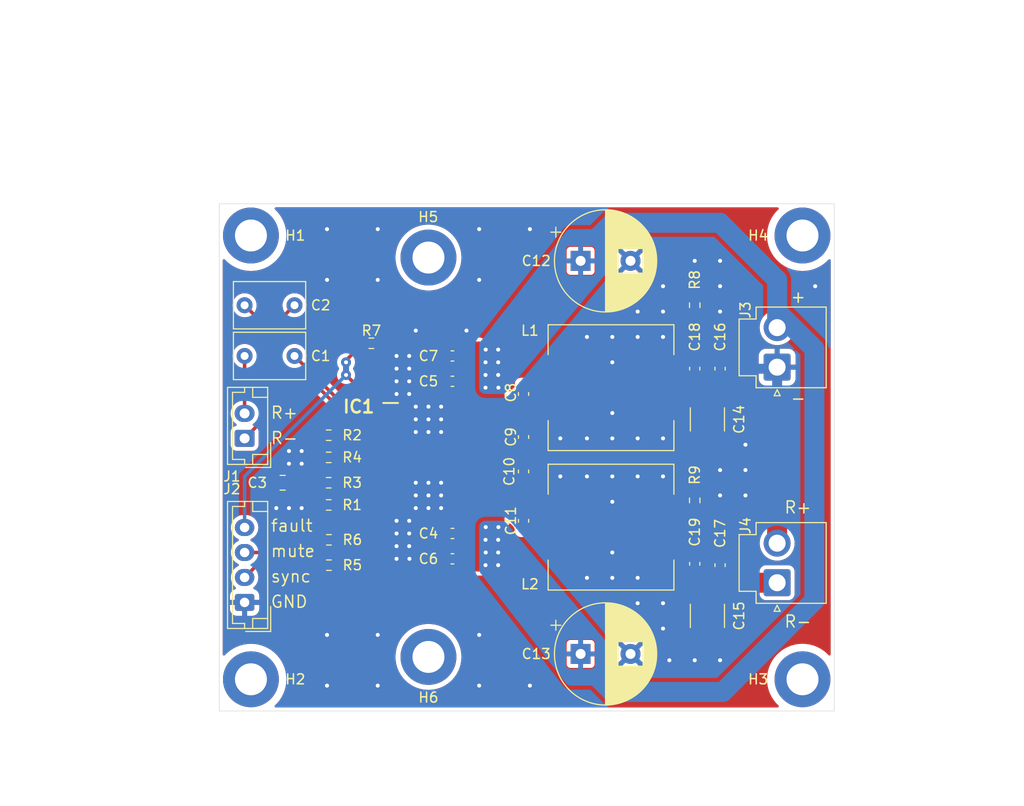
<source format=kicad_pcb>
(kicad_pcb (version 20221018) (generator pcbnew)
  (layers (0 "F.Cu" signal) (31 "B.Cu" signal) (34 "B.Paste" user) (35 "F.Paste" user) (36 "B.SilkS" user "B.Silkscreen") (37 "F.SilkS" user "F.Silkscreen") (38 "B.Mask" user) (39 "F.Mask" user) (44 "Edge.Cuts" user))
  (net 0 "")
  (net 1 "/R+")
  (net 2 "Net-(IC1-RINP)")
  (net 3 "/R-")
  (net 4 "Net-(IC1-RINN)")
  (net 5 "GND")
  (net 6 "Net-(IC1-GVDD)")
  (net 7 "VCC")
  (net 8 "Net-(C18-Pad2)")
  (net 9 "Net-(IC1-BSPR)")
  (net 10 "Net-(IC1-OUTNR)")
  (net 11 "Net-(IC1-BSNR)")
  (net 12 "Net-(C19-Pad2)")
  (net 13 "Net-(IC1-BSPL)")
  (net 14 "Net-(IC1-OUTNL)")
  (net 15 "Net-(IC1-BSNL)")
  (net 16 "/SD_LR")
  (net 17 "Net-(IC1-GAIN{slash}SLV)")
  (net 18 "/mute")
  (net 19 "Net-(IC1-SYNC)")
  (net 20 "/sync")
  (net 21 "Net-(IC1-PLIMIT)")
  (net 22 "Net-(J4-Pin_1)")
  (net 23 "Net-(J4-Pin_2)")
  (footprint "Resistor_SMD:R_0603_1608Metric" (layer "F.Cu") (at 151.13 124.32 -90)
    (fp_text reference "R9" (at -2.54 0 90) (layer "F.SilkS"))
    (fp_text value "3.3")
    (pad "1" smd roundrect (at -0.825 0 270) (size 0.8 0.95) (layers "F.Cu" "F.Paste" "F.Mask") (net 5 "GND"))
    (pad "2" smd roundrect (at 0.825 0 270) (size 0.8 0.95) (layers "F.Cu" "F.Paste" "F.Mask") (net 12 "Net-(C19-Pad2)"))
  )
  (footprint "Resistor_SMD:R_0603_1608Metric" (layer "F.Cu") (at 114.468 120.015)
    (fp_text reference "R4" (at 2.35 0) (layer "F.SilkS"))
    (fp_text value "0")
    (pad "1" smd roundrect (at -0.825 0) (size 0.8 0.95) (layers "F.Cu" "F.Paste" "F.Mask") (net 6 "Net-(IC1-GVDD)"))
    (pad "2" smd roundrect (at 0.825 0) (size 0.8 0.95) (layers "F.Cu" "F.Paste" "F.Mask") (net 21 "Net-(IC1-PLIMIT)"))
  )
  (footprint "Connector_JST:JST_EH_B2B-EH-A_1x02_P2.50mm_Vertical" (layer "F.Cu") (at 106.045 118.11 90)
    (fp_text reference "J1" (at -3.81 -1.27 180) (layer "F.SilkS"))
    (fp_text value "power_supply")
    (pad "1" thru_hole roundrect (at 0 0 90) (size 1.7 2) (drill 1) (layers "*.Cu" "*.Mask") (roundrect_rratio 0.1470588235) (net 3 "/R-"))
    (pad "2" thru_hole oval (at 2.5 0 90) (size 1.7 2) (drill 1) (layers "*.Cu" "*.Mask") (net 1 "/R+"))
  )
  (footprint "MountingHole:MountingHole_3.2mm_M3_DIN965_Pad" (layer "F.Cu") (at 161.925 142.24)
    (fp_text reference "H3" (at -4.445 0) (layer "F.SilkS"))
    (fp_text value "MountingHole")
    (pad "1" thru_hole circle (at 0 0) (size 5.6 5.6) (drill 3.2) (layers "*.Cu" "*.Mask") (clearance 0.75))
  )
  (footprint "Capacitor_THT:C_Rect_L7.0mm_W4.5mm_P5.00mm" (layer "F.Cu") (at 106.045 104.775)
    (fp_text reference "C2" (at 7.62 0 180) (layer "F.SilkS"))
    (fp_text value "470n")
    (pad "1" thru_hole circle (at 0 0) (size 1.6 1.6) (drill 0.8) (layers "*.Cu" "*.Mask") (net 3 "/R-"))
    (pad "2" thru_hole circle (at 5 0) (size 1.6 1.6) (drill 0.8) (layers "*.Cu" "*.Mask") (net 4 "Net-(IC1-RINN)"))
  )
  (footprint "Resistor_SMD:R_0603_1608Metric" (layer "F.Cu") (at 114.49 128.27 180)
    (fp_text reference "R6" (at -2.35 0 180) (layer "F.SilkS"))
    (fp_text value "100k")
    (pad "1" smd roundrect (at -0.825 0 180) (size 0.8 0.95) (layers "F.Cu" "F.Paste" "F.Mask") (net 18 "/mute"))
    (pad "2" smd roundrect (at 0.825 0 180) (size 0.8 0.95) (layers "F.Cu" "F.Paste" "F.Mask") (net 5 "GND"))
  )
  (footprint "Capacitor_SMD:C_1812_4532Metric" (layer "F.Cu") (at 152.4 135.89 -90)
    (fp_text reference "C15" (at 0 -3.175 90) (layer "F.SilkS"))
    (fp_text value "470n")
    (pad "1" smd roundrect (at -2.05 0 270) (size 1.4 3.4) (layers "F.Cu" "F.Paste" "F.Mask") (roundrect_rratio 0.1785707143) (net 22 "Net-(J4-Pin_1)"))
    (pad "2" smd roundrect (at 2.05 0 270) (size 1.4 3.4) (layers "F.Cu" "F.Paste" "F.Mask") (roundrect_rratio 0.1785707143) (net 5 "GND"))
  )
  (footprint "MountingHole:MountingHole_3.2mm_M3_DIN965_Pad" (layer "F.Cu") (at 124.46 140)
    (fp_text reference "H6" (at 0 4.064) (layer "F.SilkS"))
    (fp_text value "MountingHole")
    (pad "1" thru_hole circle (at 0 0) (size 5.6 5.6) (drill 3.2) (layers "*.Cu" "*.Mask") (clearance 0.5))
  )
  (footprint "Resistor_SMD:R_0603_1608Metric" (layer "F.Cu") (at 118.745 108.585 180)
    (fp_text reference "R7" (at 0 1.27) (layer "F.SilkS"))
    (fp_text value "100k")
    (pad "1" smd roundrect (at -0.825 0 180) (size 0.8 0.95) (layers "F.Cu" "F.Paste" "F.Mask") (net 7 "VCC"))
    (pad "2" smd roundrect (at 0.825 0 180) (size 0.8 0.95) (layers "F.Cu" "F.Paste" "F.Mask") (net 16 "/SD_LR"))
  )
  (footprint "Capacitor_THT:CP_Radial_D10.0mm_P5.00mm" (layer "F.Cu") (at 139.7 100.33)
    (fp_text reference "C12" (at -4.445 0) (layer "F.SilkS"))
    (fp_text value "35v 470u")
    (pad "1" thru_hole rect (at 0 0) (size 2 2) (drill 1) (layers "*.Cu" "*.Mask") (net 7 "VCC"))
    (pad "2" thru_hole circle (at 5 0) (size 2 2) (drill 1) (layers "*.Cu" "*.Mask") (net 5 "GND"))
  )
  (footprint "Resistor_SMD:R_0603_1608Metric" (layer "F.Cu") (at 114.49 130.81 180)
    (fp_text reference "R5" (at -2.35 0 180) (layer "F.SilkS"))
    (fp_text value "10k")
    (pad "1" smd roundrect (at -0.825 0 180) (size 0.8 0.95) (layers "F.Cu" "F.Paste" "F.Mask") (net 19 "Net-(IC1-SYNC)"))
    (pad "2" smd roundrect (at 0.825 0 180) (size 0.8 0.95) (layers "F.Cu" "F.Paste" "F.Mask") (net 20 "/sync"))
  )
  (footprint "Capacitor_THT:CP_Radial_D10.0mm_P5.00mm" (layer "F.Cu") (at 139.7 139.7)
    (fp_text reference "C13" (at -4.445 0) (layer "F.SilkS"))
    (fp_text value "35v 470u")
    (pad "1" thru_hole rect (at 0 0) (size 2 2) (drill 1) (layers "*.Cu" "*.Mask") (net 7 "VCC"))
    (pad "2" thru_hole circle (at 5 0) (size 2 2) (drill 1) (layers "*.Cu" "*.Mask") (net 5 "GND"))
  )
  (footprint "Capacitor_THT:C_Rect_L7.0mm_W4.5mm_P5.00mm" (layer "F.Cu") (at 106.045 109.855)
    (fp_text reference "C1" (at 7.62 0) (layer "F.SilkS"))
    (fp_text value "470n")
    (pad "1" thru_hole circle (at 0 0) (size 1.6 1.6) (drill 0.8) (layers "*.Cu" "*.Mask") (net 1 "/R+"))
    (pad "2" thru_hole circle (at 5 0) (size 1.6 1.6) (drill 0.8) (layers "*.Cu" "*.Mask") (net 2 "Net-(IC1-RINP)"))
  )
  (footprint "Inductor_SMD:L_12x12mm_H8mm" (layer "F.Cu") (at 142.745 127)
    (fp_text reference "L2" (at -8.125 5.715) (layer "F.SilkS"))
    (fp_text value "10u")
    (pad "1" smd rect (at -4.95 0) (size 2.9 5.4) (layers "F.Cu" "F.Paste" "F.Mask") (net 14 "Net-(IC1-OUTNL)"))
    (pad "2" smd rect (at 4.95 0) (size 2.9 5.4) (layers "F.Cu" "F.Paste" "F.Mask") (net 22 "Net-(J4-Pin_1)"))
  )
  (footprint "Capacitor_SMD:C_0603_1608Metric" (layer "F.Cu") (at 126.86 130.175 180)
    (fp_text reference "C6" (at 2.4 0) (layer "F.SilkS"))
    (fp_text value "220n")
    (pad "1" smd roundrect (at -0.775 0 180) (size 0.9 0.95) (layers "F.Cu" "F.Paste" "F.Mask") (net 7 "VCC"))
    (pad "2" smd roundrect (at 0.775 0 180) (size 0.9 0.95) (layers "F.Cu" "F.Paste" "F.Mask") (net 5 "GND"))
  )
  (footprint "Capacitor_SMD:C_1812_4532Metric" (layer "F.Cu") (at 152.4 116.205 90)
    (fp_text reference "C14" (at 0 3.175 270) (layer "F.SilkS"))
    (fp_text value "470n")
    (pad "1" smd roundrect (at -2.05 0 90) (size 1.4 3.4) (layers "F.Cu" "F.Paste" "F.Mask") (roundrect_rratio 0.1785707143) (net 5 "GND"))
    (pad "2" smd roundrect (at 2.05 0 90) (size 1.4 3.4) (layers "F.Cu" "F.Paste" "F.Mask") (roundrect_rratio 0.1785707143) (net 23 "Net-(J4-Pin_2)"))
  )
  (footprint "MountingHole:MountingHole_3.2mm_M3_DIN965_Pad" (layer "F.Cu") (at 106.68 142.24)
    (fp_text reference "H2" (at 4.445 0) (layer "F.SilkS"))
    (fp_text value "MountingHole")
    (pad "1" thru_hole circle (at 0 0) (size 5.6 5.6) (drill 3.2) (layers "*.Cu" "*.Mask") (clearance 0.75))
  )
  (footprint "Connector_JST:JST_VH_B2P-VH-B_1x02_P3.96mm_Vertical" (layer "F.Cu") (at 159.385 132.5675 90)
    (fp_text reference "J4" (at 5.715 -3.175 90) (layer "F.SilkS"))
    (fp_text value "output_right")
    (pad "1" thru_hole roundrect (at 0 0 90) (size 2.7 2.7) (drill 1.7) (layers "*.Cu" "*.Mask") (roundrect_rratio 0.09259296296) (net 22 "Net-(J4-Pin_1)"))
    (pad "2" thru_hole circle (at 3.96 0 90) (size 2.7 2.7) (drill 1.7) (layers "*.Cu" "*.Mask") (net 23 "Net-(J4-Pin_2)"))
  )
  (footprint "Capacitor_SMD:C_0603_1608Metric" (layer "F.Cu") (at 133.985 126.365 -90)
    (fp_text reference "C11" (at 0 1.27 90) (layer "F.SilkS"))
    (fp_text value "220n")
    (pad "1" smd roundrect (at -0.775 0 270) (size 0.9 0.95) (layers "F.Cu" "F.Paste" "F.Mask") (net 14 "Net-(IC1-OUTNL)"))
    (pad "2" smd roundrect (at 0.775 0 270) (size 0.9 0.95) (layers "F.Cu" "F.Paste" "F.Mask") (net 15 "Net-(IC1-BSNL)"))
  )
  (footprint "Capacitor_SMD:C_0603_1608Metric" (layer "F.Cu") (at 153.67 111.125 -90)
    (fp_text reference "C16" (at -3.175 0 90) (layer "F.SilkS"))
    (fp_text value "1n")
    (pad "1" smd roundrect (at -0.775 0 270) (size 0.9 0.95) (layers "F.Cu" "F.Paste" "F.Mask") (net 5 "GND"))
    (pad "2" smd roundrect (at 0.775 0 270) (size 0.9 0.95) (layers "F.Cu" "F.Paste" "F.Mask") (net 23 "Net-(J4-Pin_2)"))
  )
  (footprint "Capacitor_SMD:C_0603_1608Metric" (layer "F.Cu") (at 151.13 130.67 90)
    (fp_text reference "C19" (at 3.175 0 90) (layer "F.SilkS"))
    (fp_text value "10n")
    (pad "1" smd roundrect (at -0.775 0 90) (size 0.9 0.95) (layers "F.Cu" "F.Paste" "F.Mask") (net 22 "Net-(J4-Pin_1)"))
    (pad "2" smd roundrect (at 0.775 0 90) (size 0.9 0.95) (layers "F.Cu" "F.Paste" "F.Mask") (net 12 "Net-(C19-Pad2)"))
  )
  (footprint "Connector_JST:JST_VH_B2P-VH-B_1x02_P3.96mm_Vertical" (layer "F.Cu") (at 159.385 110.9775 90)
    (fp_text reference "J3" (at 5.715 -3.175 90) (layer "F.SilkS"))
    (fp_text value "power_supply")
    (pad "1" thru_hole roundrect (at 0 0 90) (size 2.7 2.7) (drill 1.7) (layers "*.Cu" "*.Mask") (roundrect_rratio 0.09259296296) (net 5 "GND"))
    (pad "2" thru_hole circle (at 3.96 0 90) (size 2.7 2.7) (drill 1.7) (layers "*.Cu" "*.Mask") (net 7 "VCC"))
  )
  (footprint "Capacitor_SMD:C_0603_1608Metric" (layer "F.Cu") (at 133.985 113.665 90)
    (fp_text reference "C8" (at 0.14 -1.27 90) (layer "F.SilkS"))
    (fp_text value "220n")
    (pad "1" smd roundrect (at -0.775 0 90) (size 0.9 0.95) (layers "F.Cu" "F.Paste" "F.Mask") (net 10 "Net-(IC1-OUTNR)"))
    (pad "2" smd roundrect (at 0.775 0 90) (size 0.9 0.95) (layers "F.Cu" "F.Paste" "F.Mask") (net 9 "Net-(IC1-BSPR)"))
  )
  (footprint "Resistor_SMD:R_0603_1608Metric" (layer "F.Cu") (at 151.13 104.775 -90)
    (fp_text reference "R8" (at -2.54 0 90) (layer "F.SilkS"))
    (fp_text value "3.3")
    (pad "1" smd roundrect (at -0.825 0 270) (size 0.8 0.95) (layers "F.Cu" "F.Paste" "F.Mask") (net 5 "GND"))
    (pad "2" smd roundrect (at 0.825 0 270) (size 0.8 0.95) (layers "F.Cu" "F.Paste" "F.Mask") (net 8 "Net-(C18-Pad2)"))
  )
  (footprint "Connector_JST:JST_EH_B4B-EH-A_1x04_P2.50mm_Vertical" (layer "F.Cu") (at 106.045 134.54 90)
    (fp_text reference "J2" (at 11.35 -1.27 180) (layer "F.SilkS"))
    (fp_text value "Conn_01x04")
    (pad "1" thru_hole roundrect (at 0 0 90) (size 1.7 1.95) (drill 0.95) (layers "*.Cu" "*.Mask") (roundrect_rratio 0.1470588235) (net 5 "GND"))
    (pad "2" thru_hole oval (at 2.5 0 90) (size 1.7 1.95) (drill 0.95) (layers "*.Cu" "*.Mask") (net 20 "/sync"))
    (pad "3" thru_hole oval (at 5 0 90) (size 1.7 1.95) (drill 0.95) (layers "*.Cu" "*.Mask") (net 18 "/mute"))
    (pad "4" thru_hole oval (at 7.5 0 90) (size 1.7 1.95) (drill 0.95) (layers "*.Cu" "*.Mask") (net 16 "/SD_LR"))
  )
  (footprint "local:SOP65P810X120-33N" (layer "F.Cu") (at 124.46 120.015)
    (fp_text reference "IC1" (at -6.985 -5.08 180) (layer "F.SilkS") (effects (font (size 1.27 1.27) (thickness 0.254))))
    (fp_text value "TPA3116D2QDADRQ1" hide)
    (pad "1" smd rect (at -3.788 -4.875 90) (size 0.45 1.475) (layers "F.Cu" "F.Paste" "F.Mask") (net 16 "/SD_LR"))
    (pad "2" smd rect (at -3.788 -4.225 90) (size 0.45 1.475) (layers "F.Cu" "F.Paste" "F.Mask") (net 16 "/SD_LR"))
    (pad "3" smd rect (at -3.788 -3.575 90) (size 0.45 1.475) (layers "F.Cu" "F.Paste" "F.Mask") (net 5 "GND"))
    (pad "4" smd rect (at -3.788 -2.925 90) (size 0.45 1.475) (layers "F.Cu" "F.Paste" "F.Mask") (net 2 "Net-(IC1-RINP)"))
    (pad "5" smd rect (at -3.788 -2.275 90) (size 0.45 1.475) (layers "F.Cu" "F.Paste" "F.Mask") (net 4 "Net-(IC1-RINN)"))
    (pad "6" smd rect (at -3.788 -1.625 90) (size 0.45 1.475) (layers "F.Cu" "F.Paste" "F.Mask") (net 21 "Net-(IC1-PLIMIT)"))
    (pad "7" smd rect (at -3.788 -0.975 90) (size 0.45 1.475) (layers "F.Cu" "F.Paste" "F.Mask") (net 6 "Net-(IC1-GVDD)"))
    (pad "8" smd rect (at -3.788 -0.325 90) (size 0.45 1.475) (layers "F.Cu" "F.Paste" "F.Mask") (net 17 "Net-(IC1-GAIN{slash}SLV)"))
    (pad "9" smd rect (at -3.788 0.325 90) (size 0.45 1.475) (layers "F.Cu" "F.Paste" "F.Mask") (net 5 "GND"))
    (pad "10" smd rect (at -3.788 0.975 90) (size 0.45 1.475) (layers "F.Cu" "F.Paste" "F.Mask") (net 5 "GND"))
    (pad "11" smd rect (at -3.788 1.625 90) (size 0.45 1.475) (layers "F.Cu" "F.Paste" "F.Mask") (net 5 "GND"))
    (pad "12" smd rect (at -3.788 2.275 90) (size 0.45 1.475) (layers "F.Cu" "F.Paste" "F.Mask") (net 18 "/mute"))
    (pad "13" smd rect (at -3.788 2.925 90) (size 0.45 1.475) (layers "F.Cu" "F.Paste" "F.Mask") (net 5 "GND"))
    (pad "14" smd rect (at -3.788 3.575 90) (size 0.45 1.475) (layers "F.Cu" "F.Paste" "F.Mask") (net 5 "GND"))
    (pad "15" smd rect (at -3.788 4.225 90) (size 0.45 1.475) (layers "F.Cu" "F.Paste" "F.Mask") (net 5 "GND"))
    (pad "16" smd rect (at -3.788 4.875 90) (size 0.45 1.475) (layers "F.Cu" "F.Paste" "F.Mask") (net 19 "Net-(IC1-SYNC)"))
    (pad "17" smd rect (at 3.788 4.875 90) (size 0.45 1.475) (layers "F.Cu" "F.Paste" "F.Mask") (net 7 "VCC"))
    (pad "18" smd rect (at 3.788 4.225 90) (size 0.45 1.475) (layers "F.Cu" "F.Paste" "F.Mask") (net 7 "VCC"))
    (pad "19" smd rect (at 3.788 3.575 90) (size 0.45 1.475) (layers "F.Cu" "F.Paste" "F.Mask") (net 7 "VCC"))
    (pad "20" smd rect (at 3.788 2.925 90) (size 0.45 1.475) (layers "F.Cu" "F.Paste" "F.Mask") (net 15 "Net-(IC1-BSNL)"))
    (pad "21" smd rect (at 3.788 2.275 90) (size 0.45 1.475) (layers "F.Cu" "F.Paste" "F.Mask") (net 14 "Net-(IC1-OUTNL)"))
    (pad "22" smd rect (at 3.788 1.625 90) (size 0.45 1.475) (layers "F.Cu" "F.Paste" "F.Mask") (net 5 "GND"))
    (pad "23" smd rect (at 3.788 0.975 90) (size 0.45 1.475) (layers "F.Cu" "F.Paste" "F.Mask") (net 14 "Net-(IC1-OUTNL)"))
    (pad "24" smd rect (at 3.788 0.325 90) (size 0.45 1.475) (layers "F.Cu" "F.Paste" "F.Mask") (net 13 "Net-(IC1-BSPL)"))
    (pad "25" smd rect (at 3.788 -0.325 90) (size 0.45 1.475) (layers "F.Cu" "F.Paste" "F.Mask") (net 5 "GND"))
    (pad "26" smd rect (at 3.788 -0.975 90) (size 0.45 1.475) (layers "F.Cu" "F.Paste" "F.Mask") (net 11 "Net-(IC1-BSNR)"))
    (pad "27" smd rect (at 3.788 -1.625 90) (size 0.45 1.475) (layers "F.Cu" "F.Paste" "F.Mask") (net 10 "Net-(IC1-OUTNR)"))
    (pad "28" smd rect (at 3.788 -2.275 90) (size 0.45 1.475) (layers "F.Cu" "F.Paste" "F.Mask") (net 5 "GND"))
    (pad "29" smd rect (at 3.788 -2.925 90) (size 0.45 1.475) (layers "F.Cu" "F.Paste" "F.Mask") (net 10 "Net-(IC1-OUTNR)"))
    (pad "30" smd rect (at 3.788 -3.575 90) (size 0.45 1.475) (layers "F.Cu" "F.Paste" "F.Mask") (net 9 "Net-(IC1-BSPR)"))
    (pad "31" smd rect (at 3.788 -4.225 90) (size 0.45 1.475) (layers "F.Cu" "F.Paste" "F.Mask") (net 7 "VCC"))
    (pad "32" smd rect (at 3.788 -4.875 90) (size 0.45 1.475) (layers "F.Cu" "F.Paste" "F.Mask") (net 7 "VCC"))
    (pad "33" smd rect (at 0 0) (size 3.04 3.74) (layers "F.Cu" "F.Paste" "F.Mask") (net 5 "GND"))
  )
  (footprint "Resistor_SMD:R_0603_1608Metric" (layer "F.Cu") (at 114.468 122.555)
    (fp_text reference "R3" (at 2.35 0) (layer "F.SilkS"))
    (fp_text value "100k")
    (pad "1" smd roundrect (at -0.825 0) (size 0.8 0.95) (layers "F.Cu" "F.Paste" "F.Mask") (net 6 "Net-(IC1-GVDD)"))
    (pad "2" smd roundrect (at 0.825 0) (size 0.8 0.95) (layers "F.Cu" "F.Paste" "F.Mask") (net 17 "Net-(IC1-GAIN{slash}SLV)"))
  )
  (footprint "Capacitor_SMD:C_0603_1608Metric" (layer "F.Cu") (at 133.985 117.97 -90)
    (fp_text reference "C9" (at 0 1.27 90) (layer "F.SilkS"))
    (fp_text value "220n")
    (pad "1" smd roundrect (at -0.775 0 270) (size 0.9 0.95) (layers "F.Cu" "F.Paste" "F.Mask") (net 10 "Net-(IC1-OUTNR)"))
    (pad "2" smd roundrect (at 0.775 0 270) (size 0.9 0.95) (layers "F.Cu" "F.Paste" "F.Mask") (net 11 "Net-(IC1-BSNR)"))
  )
  (footprint "Capacitor_SMD:C_0603_1608Metric" (layer "F.Cu") (at 126.86 112.395)
    (fp_text reference "C5" (at -2.4 0) (layer "F.SilkS"))
    (fp_text value "1n")
    (pad "1" smd roundrect (at -0.775 0) (size 0.9 0.95) (layers "F.Cu" "F.Paste" "F.Mask") (net 5 "GND"))
    (pad "2" smd roundrect (at 0.775 0) (size 0.9 0.95) (layers "F.Cu" "F.Paste" "F.Mask") (net 7 "VCC"))
  )
  (footprint "MountingHole:MountingHole_3.2mm_M3_DIN965_Pad" (layer "F.Cu") (at 106.68 97.79)
    (fp_text reference "H1" (at 4.445 0) (layer "F.SilkS"))
    (fp_text value "MountingHole")
    (pad "1" thru_hole circle (at 0 0) (size 5.6 5.6) (drill 3.2) (layers "*.Cu" "*.Mask") (clearance 0.75))
  )
  (footprint "Capacitor_SMD:C_0603_1608Metric" (layer "F.Cu") (at 133.985 121.425 90)
    (fp_text reference "C10" (at 0 -1.43 90) (layer "F.SilkS"))
    (fp_text value "220n")
    (pad "1" smd roundrect (at -0.775 0 90) (size 0.9 0.95) (layers "F.Cu" "F.Paste" "F.Mask") (net 14 "Net-(IC1-OUTNL)"))
    (pad "2" smd roundrect (at 0.775 0 90) (size 0.9 0.95) (layers "F.Cu" "F.Paste" "F.Mask") (net 13 "Net-(IC1-BSPL)"))
  )
  (footprint "Capacitor_SMD:C_0603_1608Metric" (layer "F.Cu") (at 126.86 109.855 180)
    (fp_text reference "C7" (at 2.4 0) (layer "F.SilkS"))
    (fp_text value "220n")
    (pad "1" smd roundrect (at -0.775 0 180) (size 0.9 0.95) (layers "F.Cu" "F.Paste" "F.Mask") (net 7 "VCC"))
    (pad "2" smd roundrect (at 0.775 0 180) (size 0.9 0.95) (layers "F.Cu" "F.Paste" "F.Mask") (net 5 "GND"))
  )
  (footprint "Capacitor_SMD:C_0805_2012Metric" (layer "F.Cu") (at 109.855 122.555)
    (fp_text reference "C3" (at -2.54 0) (layer "F.SilkS"))
    (fp_text value "1u")
    (pad "1" smd roundrect (at -0.95 0) (size 1 1.45) (layers "F.Cu" "F.Paste" "F.Mask") (net 5 "GND"))
    (pad "2" smd roundrect (at 0.95 0) (size 1 1.45) (layers "F.Cu" "F.Paste" "F.Mask") (net 6 "Net-(IC1-GVDD)"))
  )
  (footprint "Capacitor_SMD:C_0603_1608Metric" (layer "F.Cu") (at 126.86 127.635 180)
    (fp_text reference "C4" (at 2.4 0) (layer "F.SilkS"))
    (fp_text value "1n")
    (pad "1" smd roundrect (at -0.775 0 180) (size 0.9 0.95) (layers "F.Cu" "F.Paste" "F.Mask") (net 7 "VCC"))
    (pad "2" smd roundrect (at 0.775 0 180) (size 0.9 0.95) (layers "F.Cu" "F.Paste" "F.Mask") (net 5 "GND"))
  )
  (footprint "MountingHole:MountingHole_3.2mm_M3_DIN965_Pad" (layer "F.Cu") (at 124.46 100)
    (fp_text reference "H5" (at -0.022 -4.064) (layer "F.SilkS"))
    (fp_text value "MountingHole")
    (pad "1" thru_hole circle (at 0 0) (size 5.6 5.6) (drill 3.2) (layers "*.Cu" "*.Mask") (clearance 0.5))
  )
  (footprint "Inductor_SMD:L_12x12mm_H8mm" (layer "F.Cu") (at 142.745 113.03)
    (fp_text reference "L1" (at -8.125 -5.715) (layer "F.SilkS"))
    (fp_text value "10u")
    (pad "1" smd rect (at -4.95 0) (size 2.9 5.4) (layers "F.Cu" "F.Paste" "F.Mask") (net 10 "Net-(IC1-OUTNR)"))
    (pad "2" smd rect (at 4.95 0) (size 2.9 5.4) (layers "F.Cu" "F.Paste" "F.Mask") (net 23 "Net-(J4-Pin_2)"))
  )
  (footprint "MountingHole:MountingHole_3.2mm_M3_DIN965_Pad" (layer "F.Cu") (at 161.925 97.79)
    (fp_text reference "H4" (at -4.445 0) (layer "F.SilkS"))
    (fp_text value "MountingHole")
    (pad "1" thru_hole circle (at 0 0) (size 5.6 5.6) (drill 3.2) (layers "*.Cu" "*.Mask") (clearance 0.75))
  )
  (footprint "Capacitor_SMD:C_0603_1608Metric" (layer "F.Cu") (at 153.67 130.81 90)
    (fp_text reference "C17" (at 3.175 0 90) (layer "F.SilkS"))
    (fp_text value "1n")
    (pad "1" smd roundrect (at -0.775 0 90) (size 0.9 0.95) (layers "F.Cu" "F.Paste" "F.Mask") (net 22 "Net-(J4-Pin_1)"))
    (pad "2" smd roundrect (at 0.775 0 90) (size 0.9 0.95) (layers "F.Cu" "F.Paste" "F.Mask") (net 5 "GND"))
  )
  (footprint "Resistor_SMD:R_0603_1608Metric" (layer "F.Cu") (at 114.468 117.7925 180)
    (fp_text reference "R2" (at -2.35 0) (layer "F.SilkS"))
    (fp_text value "--")
    (pad "1" smd roundrect (at -0.825 0 180) (size 0.8 0.95) (layers "F.Cu" "F.Paste" "F.Mask") (net 21 "Net-(IC1-PLIMIT)"))
    (pad "2" smd roundrect (at 0.825 0 180) (size 0.8 0.95) (layers "F.Cu" "F.Paste" "F.Mask") (net 5 "GND"))
  )
  (footprint "Capacitor_SMD:C_0603_1608Metric" (layer "F.Cu") (at 151.13 111.125 90)
    (fp_text reference "C18" (at 3.175 0 90) (layer "F.SilkS"))
    (fp_text value "10n")
    (pad "1" smd roundrect (at -0.775 0 90) (size 0.9 0.95) (layers "F.Cu" "F.Paste" "F.Mask") (net 23 "Net-(J4-Pin_2)"))
    (pad "2" smd roundrect (at 0.775 0 90) (size 0.9 0.95) (layers "F.Cu" "F.Paste" "F.Mask") (net 8 "Net-(C18-Pad2)"))
  )
  (footprint "Resistor_SMD:R_0603_1608Metric" (layer "F.Cu") (at 114.468 124.7775 180)
    (fp_text reference "R1" (at -2.35 0) (layer "F.SilkS"))
    (fp_text value "20k")
    (pad "1" smd roundrect (at -0.825 0 180) (size 0.8 0.95) (layers "F.Cu" "F.Paste" "F.Mask") (net 17 "Net-(IC1-GAIN{slash}SLV)"))
    (pad "2" smd roundrect (at 0.825 0 180) (size 0.8 0.95) (layers "F.Cu" "F.Paste" "F.Mask") (net 5 "GND"))
  )
  (gr_rect (start 103.505 94.615) (end 165.1 145.415) (stroke (width 0.05)) (fill none) (layer "Edge.Cuts"))
  (gr_text "R-" (at 108.585 118.785) (layer "F.SilkS") (effects (font (size 1.2 1.2)) (justify left bottom)))
  (gr_text "-" (at 160.655 114.7875) (layer "F.SilkS") (effects (font (size 1.2 1.2)) (justify left bottom)))
  (gr_text "+" (at 160.655 104.6275) (layer "F.SilkS") (effects (font (size 1.2 1.2)) (justify left bottom)))
  (gr_text "fault" (at 108.585 127.555) (layer "F.SilkS") (effects (font (size 1.2 1.2)) (justify left bottom)))
  (gr_text "R+" (at 108.585 116.245) (layer "F.SilkS") (effects (font (size 1.2 1.2)) (justify left bottom)))
  (gr_text "GND" (at 108.585 135.175) (layer "F.SilkS") (effects (font (size 1.2 1.2)) (justify left bottom)))
  (gr_text "R-" (at 160.02 137.16) (layer "F.SilkS") (effects (font (size 1.2 1.2)) (justify left bottom)))
  (gr_text "R+" (at 160.02 125.73) (layer "F.SilkS") (effects (font (size 1.2 1.2)) (justify left bottom)))
  (gr_text "sync" (at 108.585 132.635) (layer "F.SilkS") (effects (font (size 1.2 1.2)) (justify left bottom)))
  (gr_text "mute" (at 108.585 130.095) (layer "F.SilkS") (effects (font (size 1.2 1.2)) (justify left bottom)))
  (segment (start 106.045 115.61) (end 106.045 109.855) (width 0.35) (layer "F.Cu") (net 1))
  (segment (start 118.28 117.09) (end 111.045 109.855) (width 0.35) (layer "F.Cu") (net 2))
  (segment (start 120.672 117.09) (end 118.28 117.09) (width 0.35) (layer "F.Cu") (net 2))
  (segment (start 110.49 109.855) (end 111.045 109.855) (width 0.35) (layer "F.Cu") (net 2))
  (segment (start 106.045 118.11) (end 107.95 116.205) (width 0.35) (layer "F.Cu") (net 3))
  (segment (start 107.95 106.68) (end 106.045 104.775) (width 0.35) (layer "F.Cu") (net 3))
  (segment (start 107.95 116.205) (end 107.95 106.68) (width 0.35) (layer "F.Cu") (net 3))
  (segment (start 109.22 106.6) (end 111.045 104.775) (width 0.35) (layer "F.Cu") (net 4))
  (segment (start 110.49 111.76) (end 109.22 110.49) (width 0.35) (layer "F.Cu") (net 4))
  (segment (start 109.22 110.49) (end 109.22 106.6) (width 0.35) (layer "F.Cu") (net 4))
  (segment (start 120.672 117.74) (end 118.166324 117.74) (width 0.35) (layer "F.Cu") (net 4))
  (segment (start 112.186324 111.76) (end 110.49 111.76) (width 0.35) (layer "F.Cu") (net 4))
  (segment (start 118.166324 117.74) (end 112.186324 111.76) (width 0.35) (layer "F.Cu") (net 4))
  (segment (start 128.248 119.69) (end 126.978 119.69) (width 0.35) (layer "F.Cu") (net 5))
  (segment (start 120.672 122.94) (end 121.898 122.94) (width 0.35) (layer "F.Cu") (net 5))
  (segment (start 125.73 117.475) (end 125.73 122.555) (width 2) (layer "F.Cu") (net 5))
  (segment (start 124.46 120.015) (end 125.073 120.015) (width 2) (layer "F.Cu") (net 5))
  (segment (start 118.872 121.117) (end 119.0195 121.2645) (width 0.35) (layer "F.Cu") (net 5))
  (segment (start 128.248 121.64) (end 126.978 121.64) (width 0.35) (layer "F.Cu") (net 5))
  (segment (start 120.672 124.24) (end 121.898 124.24) (width 0.35) (layer "F.Cu") (net 5))
  (segment (start 120.672 116.44) (end 121.898 116.44) (width 0.35) (layer "F.Cu") (net 5))
  (segment (start 120.672 121.64) (end 121.92 121.64) (width 0.35) (layer "F.Cu") (net 5))
  (segment (start 120.672 120.34) (end 121.92 120.34) (width 0.35) (layer "F.Cu") (net 5))
  (segment (start 128.248 117.74) (end 126.978 117.74) (width 0.35) (layer "F.Cu") (net 5))
  (segment (start 119.294 120.99) (end 120.672 120.99) (width 0.35) (layer "F.Cu") (net 5))
  (segment (start 120.672 123.59) (end 121.898 123.59) (width 0.35) (layer "F.Cu") (net 5))
  (segment (start 123.19 117.475) (end 123.19 122.555) (width 2) (layer "F.Cu") (net 5))
  (segment (start 124.46 117.475) (end 124.46 122.555) (width 2) (layer "F.Cu") (net 5))
  (segment (start 120.672 120.34) (end 119.436 120.34) (width 0.35) (layer "F.Cu") (net 5))
  (segment (start 118.872 120.904) (end 118.872 121.117) (width 0.35) (layer "F.Cu") (net 5))
  (segment (start 119.0195 121.2645) (end 119.395 121.64) (width 0.35) (layer "F.Cu") (net 5))
  (segment (start 119.395 121.64) (end 120.672 121.64) (width 0.35) (layer "F.Cu") (net 5))
  (segment (start 120.672 120.99) (end 121.92 120.99) (width 0.35) (layer "F.Cu") (net 5))
  (segment (start 119.436 120.34) (end 118.872 120.904) (width 0.35) (layer "F.Cu") (net 5))
  (segment (start 119.0195 121.2645) (end 119.294 120.99) (width 0.35) (layer "F.Cu") (net 5))
  (via (at 122.533 113.665) (size 0.8) (drill 0.4) (layers "F.Cu" "B.Cu") (net 5))
  (via (at 147.955 118.11) (size 0.8) (drill 0.4) (layers "F.Cu" "B.Cu") (net 5))
  (via (at 125.73 125.095) (size 0.8) (drill 0.4) (layers "F.Cu" "B.Cu") (net 5))
  (via (at 145.415 121.92) (size 0.8) (drill 0.4) (layers "F.Cu" "B.Cu") (net 5))
  (via (at 142.875 129.54) (size 0.8) (drill 0.4) (layers "F.Cu" "B.Cu") (net 5))
  (via (at 147.955 107.95) (size 0.8) (drill 0.4) (layers "F.Cu" "B.Cu") (net 5))
  (via (at 137.665 118.11) (size 0.8) (drill 0.4) (layers "F.Cu" "B.Cu") (net 5))
  (via (at 140.335 118.11) (size 0.8) (drill 0.4) (layers "F.Cu" "B.Cu") (net 5))
  (via (at 123.19 114.935) (size 0.8) (drill 0.4) (layers "F.Cu" "B.Cu") (net 5))
  (via (at 145.415 134.62) (size 0.8) (drill 0.4) (layers "F.Cu" "B.Cu") (net 5))
  (via (at 110.49 119.38) (size 0.8) (drill 0.4) (layers "F.Cu" "B.Cu") (net 5))
  (via (at 121.263 113.665) (size 0.8) (drill 0.4) (layers "F.Cu" "B.Cu") (net 5))
  (via (at 137.665 121.92) (size 0.8) (drill 0.4) (layers "F.Cu" "B.Cu") (net 5))
  (via (at 122.533 109.855) (size 0.8) (drill 0.4) (layers "F.Cu" "B.Cu") (net 5))
  (via (at 145.415 132.08) (size 0.8) (drill 0.4) (layers "F.Cu" "B.Cu") (net 5))
  (via (at 153.67 121.285) (size 0.8) (drill 0.4) (layers "F.Cu" "B.Cu") (net 5))
  (via (at 125.73 122.555) (size 0.8) (drill 0.4) (layers "F.Cu" "B.Cu") (net 5))
  (via (at 119.38 137.795) (size 0.8) (drill 0.4) (layers "F.Cu" "B.Cu") (net 5))
  (via (at 122.533 112.395) (size 0.8) (drill 0.4) (layers "F.Cu" "B.Cu") (net 5))
  (via (at 153.67 102.87) (size 0.8) (drill 0.4) (layers "F.Cu" "B.Cu") (net 5))
  (via (at 123.19 107.315) (size 0.8) (drill 0.4) (layers "F.Cu" "B.Cu") (net 5))
  (via (at 121.263 130.175) (size 0.8) (drill 0.4) (layers "F.Cu" "B.Cu") (net 5))
  (via (at 124.46 123.825) (size 0.8) (drill 0.4) (layers "F.Cu" "B.Cu") (net 5))
  (via (at 153.67 105.41) (size 0.8) (drill 0.4) (layers "F.Cu" "B.Cu") (net 5))
  (via (at 153.67 123.825) (size 0.8) (drill 0.4) (layers "F.Cu" "B.Cu") (net 5))
  (via (at 124.46 116.205) (size 0.8) (drill 0.4) (layers "F.Cu" "B.Cu") (net 5))
  (via (at 129.54 142.875) (size 0.8) (drill 0.4) (layers "F.Cu" "B.Cu") (net 5))
  (via (at 114.3 102.235) (size 0.8) (drill 0.4) (layers "F.Cu" "B.Cu") (net 5))
  (via (at 134.62 142.875) (size 0.8) (drill 0.4) (layers "F.Cu" "B.Cu") (net 5))
  (via (at 147.955 102.87) (size 0.8) (drill 0.4) (layers "F.Cu" "B.Cu") (net 5))
  (via (at 111.76 119.38) (size 0.8) (drill 0.4) (layers "F.Cu" "B.Cu") (net 5))
  (via (at 110.49 120.65) (size 0.8) (drill 0.4) (layers "F.Cu" "B.Cu") (net 5))
  (via (at 121.263 126.365) (size 0.8) (drill 0.4) (layers "F.Cu" "B.Cu") (net 5))
  (via (at 142.875 121.92) (size 0.8) (drill 0.4) (layers "F.Cu" "B.Cu") (net 5))
  (via (at 122.533 128.905) (size 0.8) (drill 0.4) (layers "F.Cu" "B.Cu") (net 5))
  (via (at 119.38 97.155) (size 0.8) (drill 0.4) (layers "F.Cu" "B.Cu") (net 5))
  (via (at 114.3 137.795) (size 0.8) (drill 0.4) (layers "F.Cu" "B.Cu") (net 5))
  (via (at 147.955 137.16) (size 0.8) (drill 0.4) (layers "F.Cu" "B.Cu") (net 5))
  (via (at 121.263 111.125) (size 0.8) (drill 0.4) (layers "F.Cu" "B.Cu") (net 5))
  (via (at 124.46 125.095) (size 0.8) (drill 0.4) (layers "F.Cu" "B.Cu") (net 5))
  (via (at 142.875 107.95) (size 0.8) (drill 0.4) (layers "F.Cu" "B.Cu") (net 5))
  (via (at 128.27 107.315) (size 0.8) (drill 0.4) (layers "F.Cu" "B.Cu") (net 5))
  (via (at 124.46 117.475) (size 0.8) (drill 0.4) (layers "F.Cu" "B.Cu") (net 5))
  (via (at 147.955 121.92) (size 0.8) (drill 0.4) (layers "F.Cu" "B.Cu") (net 5))
  (via (at 142.875 110.49) (size 0.8) (drill 0.4) (layers "F.Cu" "B.Cu") (net 5))
  (via (at 147.955 134.62) (size 0.8) (drill 0.4) (layers "F.Cu" "B.Cu") (net 5))
  (via (at 142.875 118.11) (size 0.8) (drill 0.4) (layers "F.Cu" "B.Cu") (net 5))
  (via (at 121.263 127.635) (size 0.8) (drill 0.4) (layers "F.Cu" "B.Cu") (net 5))
  (via (at 129.54 102.235) (size 0.8) (drill 0.4) (layers "F.Cu" "B.Cu") (net 5))
  (via (at 151.13 100.33) (size 0.8) (drill 0.4) (layers "F.Cu" "B.Cu") (net 5))
  (via (at 122.533 111.125) (size 0.8) (drill 0.4) (layers "F.Cu" "B.Cu") (net 5))
  (via (at 156.21 121.285) (size 0.8) (drill 0.4) (layers "F.Cu" "B.Cu") (net 5))
  (via (at 140.335 107.95) (size 0.8) (drill 0.4) (layers "F.Cu" "B.Cu") (net 5))
  (via (at 121.263 128.905) (size 0.8) (drill 0.4) (layers "F.Cu" "B.Cu") (net 5))
  (via (at 142.875 132.08) (size 0.8) (drill 0.4) (layers "F.Cu" "B.Cu") (net 5))
  (via (at 109.22 125.095) (size 0.8) (drill 0.4) (layers "F.Cu" "B.Cu") (net 5))
  (via (at 156.21 123.825) (size 0.8) (drill 0.4) (layers "F.Cu" "B.Cu") (net 5))
  (via (at 153.67 140.335) (size 0.8) (drill 0.4) (layers "F.Cu" "B.Cu") (net 5))
  (via (at 142.875 115.57) (size 0.8) (drill 0.4) (layers "F.Cu" "B.Cu") (net 5))
  (via (at 145.415 118.11) (size 0.8) (drill 0.4) (layers "F.Cu" "B.Cu") (net 5))
  (via (at 125.73 116.205) (size 0.8) (drill 0.4) (layers "F.Cu" "B.Cu") (net 5))
  (via (at 156.21 118.745) (size 0.8) (drill 0.4) (layers "F.Cu" "B.Cu") (net 5))
  (via (at 111.76 125.095) (size 0.8) (drill 0.4) (layers "F.Cu" "B.Cu") (net 5))
  (via (at 129.54 97.155) (size 0.8) (drill 0.4) (layers "F.Cu" "B.Cu") (net 5))
  (via (at 123.19 122.555) (size 0.8) (drill 0.4) (layers "F.Cu" "B.Cu") (net 5))
  (via (at 125.73 114.935) (size 0.8) (drill 0.4) (layers "F.Cu" "B.Cu") (net 5))
  (via (at 110.49 125.095) (size 0.8) (drill 0.4) (layers "F.Cu" "B.Cu") (net 5))
  (via (at 134.62 97.155) (size 0.8) (drill 0.4) (layers "F.Cu" "B.Cu") (net 5))
  (via (at 142.875 124.46) (size 0.8) (drill 0.4) (layers "F.Cu" "B.Cu") (net 5))
  (via (at 147.955 105.41) (size 0.8) (drill 0.4) (layers "F.Cu" "B.Cu") (net 5))
  (via (at 123.19 123.825) (size 0.8) (drill 0.4) (layers "F.Cu" "B.Cu") (net 5))
  (via (at 148.59 140.335) (size 0.8) (drill 0.4) (layers "F.Cu" "B.Cu") (net 5))
  (via (at 121.263 112.395) (size 0.8) (drill 0.4) (layers "F.Cu" "B.Cu") (net 5))
  (via (at 119.38 102.235) (size 0.8) (drill 0.4) (layers "F.Cu" "B.Cu") (net 5))
  (via (at 123.19 117.475) (size 0.8) (drill 0.4) (layers "F.Cu" "B.Cu") (net 5))
  (via (at 114.3 142.875) (size 0.8) (drill 0.4) (layers "F.Cu" "B.Cu") (net 5))
  (via (at 140.335 121.92) (size 0.8) (drill 0.4) (layers "F.Cu" "B.Cu") (net 5))
  (via (at 114.3 97.155) (size 0.8) (drill 0.4) (layers "F.Cu" "B.Cu") (net 5))
  (via (at 124.46 122.555) (size 0.8) (drill 0.4) (layers "F.Cu" "B.Cu") (net 5))
  (via (at 151.13 140.335) (size 0.8) (drill 0.4) (layers "F.Cu" "B.Cu") (net 5))
  (via (at 125.73 123.825) (size 0.8) (drill 0.4) (layers "F.Cu" "B.Cu") (net 5))
  (via (at 119.38 142.875) (size 0.8) (drill 0.4) (layers "F.Cu" "B.Cu") (net 5))
  (via (at 145.415 107.95) (size 0.8) (drill 0.4) (layers "F.Cu" "B.Cu") (net 5))
  (via (at 124.46 114.935) (size 0.8) (drill 0.4) (layers "F.Cu" "B.Cu") (net 5))
  (via (at 123.19 116.205) (size 0.8) (drill 0.4) (layers "F.Cu" "B.Cu") (net 5))
  (via (at 123.19 125.095) (size 0.8) (drill 0.4) (layers "F.Cu" "B.Cu") (net 5))
  (via (at 111.76 120.65) (size 0.8) (drill 0.4) (layers "F.Cu" "B.Cu") (net 5))
  (via (at 122.533 126.365) (size 0.8) (drill 0.4) (layers "F.Cu" "B.Cu") (net 5))
  (via (at 145.415 105.41) (size 0.8) (drill 0.4) (layers "F.Cu" "B.Cu") (net 5))
  (via (at 122.533 127.635) (size 0.8) (drill 0.4) (layers "F.Cu" "B.Cu") (net 5))
  (via (at 121.263 109.855) (size 0.8) (drill 0.4) (layers "F.Cu" "B.Cu") (net 5))
  (via (at 129.54 137.795) (size 0.8) (drill 0.4) (layers "F.Cu" "B.Cu") (net 5))
  (via (at 125.73 117.475) (size 0.8) (drill 0.4) (layers "F.Cu" "B.Cu") (net 5))
  (via (at 140.335 132.08) (size 0.8) (drill 0.4) (layers "F.Cu" "B.Cu") (net 5))
  (via (at 153.67 100.33) (size 0.8) (drill 0.4) (layers "F.Cu" "B.Cu") (net 5))
  (via (at 122.555 130.175) (size 0.8) (drill 0.4) (layers "F.Cu" "B.Cu") (net 5))
  (via (at 163.195 102.87) (size 0.8) (drill 0.4) (layers "F.Cu" "B.Cu") (net 5))
  (segment (start 159.385 111.1375) (end 157.48 111.1375) (width 1) (layer "B.Cu") (net 5))
  (segment (start 159.385 111.1375) (end 159.385 112.8825) (width 1) (layer "B.Cu") (net 5))
  (segment (start 111.125 122.555) (end 113.643 122.555) (width 0.6) (layer "F.Cu") (net 6))
  (segment (start 118.044324 119.04) (end 120.672 119.04) (width 0.35) (layer "F.Cu") (net 6))
  (segment (start 115.799324 121.285) (end 118.044324 119.04) (width 0.35) (layer "F.Cu") (net 6))
  (segment (start 113.643 122.555) (end 114.913 121.285) (width 0.35) (layer "F.Cu") (net 6))
  (segment (start 113.643 120.015) (end 113.643 122.555) (width 0.35) (layer "F.Cu") (net 6))
  (segment (start 114.913 121.285) (end 115.799324 121.285) (width 0.35) (layer "F.Cu") (net 6))
  (segment (start 119.57 108.585) (end 129.562 108.585) (width 0.35) (layer "F.Cu") (net 7))
  (segment (start 129.562 108.585) (end 130.197 109.22) (width 0.35) (layer "F.Cu") (net 7))
  (segment (start 128.248 125.73) (end 128.248 123.855) (width 1) (layer "F.Cu") (net 7))
  (segment (start 128.248 114.3) (end 128.248 115.525) (width 1) (layer "F.Cu") (net 7))
  (via (at 130.175 130.81) (size 0.8) (drill 0.4) (layers "F.Cu" "B.Cu") (net 7))
  (via (at 130.197 127) (size 0.8) (drill 0.4) (layers "F.Cu" "B.Cu") (net 7))
  (via (at 130.175 113.03) (size 0.8) (drill 0.4) (layers "F.Cu" "B.Cu") (net 7))
  (via (at 130.197 109.22) (size 0.8) (drill 0.4) (layers "F.Cu" "B.Cu") (net 7))
  (via (at 131.467 127) (size 0.8) (drill 0.4) (layers "F.Cu" "B.Cu") (net 7))
  (via (at 130.175 128.27) (size 0.8) (drill 0.4) (layers "F.Cu" "B.Cu") (net 7))
  (via (at 131.445 130.81) (size 0.8) (drill 0.4) (layers "F.Cu" "B.Cu") (net 7))
  (via (at 131.445 110.49) (size 0.8) (drill 0.4) (layers "F.Cu" "B.Cu") (net 7))
  (via (at 131.467 113.03) (size 0.8) (drill 0.4) (layers "F.Cu" "B.Cu") (net 7))
  (via (at 131.445 128.27) (size 0.8) (drill 0.4) (layers "F.Cu" "B.Cu") (net 7))
  (via (at 131.445 129.54) (size 0.8) (drill 0.4) (layers "F.Cu" "B.Cu") (net 7))
  (via (at 130.175 111.76) (size 0.8) (drill 0.4) (layers "F.Cu" "B.Cu") (net 7))
  (via (at 130.197 129.54) (size 0.8) (drill 0.4) (layers "F.Cu" "B.Cu") (net 7))
  (via (at 131.445 111.76) (size 0.8) (drill 0.4) (layers "F.Cu" "B.Cu") (net 7))
  (via (at 130.175 110.49) (size 0.8) (drill 0.4) (layers "F.Cu" "B.Cu") (net 7))
  (via (at 131.445 109.22) (size 0.8) (drill 0.4) (layers "F.Cu" "B.Cu") (net 7))
  (segment (start 142.875 96.52) (end 141.605 97.79) (width 2) (layer "B.Cu") (net 7))
  (segment (start 163.115 109.14) (end 159.385 105.41) (width 2) (layer "B.Cu") (net 7))
  (segment (start 153.945164 143.51) (end 163.115 134.340164) (width 2) (layer "B.Cu") (net 7))
  (segment (start 142.875 143.51) (end 153.945164 143.51) (width 2) (layer "B.Cu") (net 7))
  (segment (start 159.385 105.41) (end 159.385 102.235) (width 2) (layer "B.Cu") (net 7))
  (segment (start 159.385 105.41) (end 159.385 107.0175) (width 2) (layer "B.Cu") (net 7))
  (segment (start 141.605 142.24) (end 142.875 143.51) (width 2) (layer "B.Cu") (net 7))
  (segment (start 163.115 134.340164) (end 163.115 109.14) (width 2) (layer "B.Cu") (net 7))
  (segment (start 159.385 102.235) (end 153.67 96.52) (width 2) (layer "B.Cu") (net 7))
  (segment (start 153.67 96.52) (end 142.875 96.52) (width 2) (layer "B.Cu") (net 7))
  (segment (start 151.13 110.35) (end 151.13 105.6) (width 0.6) (layer "F.Cu") (net 8))
  (segment (start 130.435 116.44) (end 133.985 112.89) (width 0.35) (layer "F.Cu") (net 9))
  (segment (start 128.248 116.44) (end 130.435 116.44) (width 0.35) (layer "F.Cu") (net 9))
  (segment (start 129.54 117.09) (end 128.248 117.09) (width 0.35) (layer "F.Cu") (net 10))
  (segment (start 128.248 118.39) (end 129.54 118.39) (width 0.35) (layer "F.Cu") (net 10))
  (segment (start 132.42 119.04) (end 132.715 118.745) (width 0.35) (layer "F.Cu") (net 11))
  (segment (start 132.715 118.745) (end 133.985 118.745) (width 0.35) (layer "F.Cu") (net 11))
  (segment (start 128.248 119.04) (end 132.42 119.04) (width 0.35) (layer "F.Cu") (net 11))
  (segment (start 151.13 125.145) (end 151.13 129.894999) (width 0.6) (layer "F.Cu") (net 12))
  (segment (start 132.405 120.34) (end 132.715 120.65) (width 0.35) (layer "F.Cu") (net 13))
  (segment (start 132.715 120.65) (end 133.985 120.65) (width 0.35) (layer "F.Cu") (net 13))
  (segment (start 128.248 120.34) (end 132.405 120.34) (width 0.35) (layer "F.Cu") (net 13))
  (segment (start 128.248 120.99) (end 129.54 120.99) (width 0.35) (layer "F.Cu") (net 14))
  (segment (start 129.54 122.29) (end 128.248 122.29) (width 0.35) (layer "F.Cu") (net 14))
  (segment (start 129.785 122.94) (end 133.985 127.14) (width 0.35) (layer "F.Cu") (net 15))
  (segment (start 128.248 122.94) (end 129.785 122.94) (width 0.35) (layer "F.Cu") (net 15))
  (segment (start 119.585 115.14) (end 120.672 115.14) (width 0.35) (layer "F.Cu") (net 16))
  (segment (start 116.205 110.3) (end 116.205 110.49) (width 0.35) (layer "F.Cu") (net 16))
  (segment (start 120.672 115.79) (end 120.672 115.14) (width 0.35) (layer "F.Cu") (net 16))
  (segment (start 116.205 111.76) (end 119.585 115.14) (width 0.35) (layer "F.Cu") (net 16))
  (segment (start 116.205 110.49) (end 116.205 111.76) (width 0.6) (layer "F.Cu") (net 16))
  (segment (start 117.92 108.585) (end 116.205 110.3) (width 0.35) (layer "F.Cu") (net 16))
  (via (at 116.205 110.49) (size 1) (drill 0.4) (layers "F.Cu" "B.Cu") (net 16))
  (via (at 116.205 111.76) (size 1) (drill 0.4) (layers "F.Cu" "B.Cu") (net 16))
  (segment (start 116.205 111.76) (end 106.045 121.92) (width 0.35) (layer "B.Cu") (net 16))
  (segment (start 116.205 110.49) (end 116.205 111.76) (width 0.6) (layer "B.Cu") (net 16))
  (segment (start 106.045 121.92) (end 106.045 127.04) (width 0.35) (layer "B.Cu") (net 16))
  (segment (start 115.293 124.7775) (end 115.293 122.555) (width 0.35) (layer "F.Cu") (net 17))
  (segment (start 120.672 119.69) (end 118.158 119.69) (width 0.35) (layer "F.Cu") (net 17))
  (segment (start 118.158 119.69) (end 115.293 122.555) (width 0.35) (layer "F.Cu") (net 17))
  (segment (start 119.6295 122.29) (end 118.745 123.1745) (width 0.35) (layer "F.Cu") (net 18))
  (segment (start 118.745 124.943449) (end 118.205 125.48345) (width 0.35) (layer "F.Cu") (net 18))
  (segment (start 114.045 129.54) (end 106.045 129.54) (width 0.35) (layer "F.Cu") (net 18))
  (segment (start 117.091324 128.27) (end 115.315 128.27) (width 0.35) (layer "F.Cu") (net 18))
  (segment (start 118.745 123.1745) (end 118.745 124.943449) (width 0.35) (layer "F.Cu") (net 18))
  (segment (start 120.672 122.29) (end 119.6295 122.29) (width 0.35) (layer "F.Cu") (net 18))
  (segment (start 118.205 125.48345) (end 118.205 127.156324) (width 0.35) (layer "F.Cu") (net 18))
  (segment (start 118.205 127.156324) (end 117.091324 128.27) (width 0.35) (layer "F.Cu") (net 18))
  (segment (start 115.315 128.27) (end 114.045 129.54) (width 0.35) (layer "F.Cu") (net 18))
  (segment (start 120.672 124.89) (end 119.562125 124.89) (width 0.35) (layer "F.Cu") (net 19))
  (segment (start 118.745 125.707125) (end 118.745 127.38) (width 0.35) (layer "F.Cu") (net 19))
  (segment (start 118.745 127.38) (end 115.315 130.81) (width 0.35) (layer "F.Cu") (net 19))
  (segment (start 119.562125 124.89) (end 118.745 125.707125) (width 0.35) (layer "F.Cu") (net 19))
  (segment (start 107.275 130.81) (end 113.665 130.81) (width 0.35) (layer "F.Cu") (net 20))
  (segment (start 107.275 130.81) (end 106.045 132.04) (width 0.35) (layer "F.Cu") (net 20))
  (segment (start 115.293 120.015) (end 116.305648 120.015) (width 0.35) (layer "F.Cu") (net 21))
  (segment (start 116.305648 120.015) (end 117.930649 118.39) (width 0.35) (layer "F.Cu") (net 21))
  (segment (start 117.930649 118.39) (end 120.672 118.39) (width 0.35) (layer "F.Cu") (net 21))
  (segment (start 115.293 117.7925) (end 115.293 120.015) (width 0.35) (layer "F.Cu") (net 21))
  (segment (start 159.385 132.5675) (end 149.7125 132.5675) (width 2) (layer "F.Cu") (net 22))
  (segment (start 149.7125 132.5675) (end 147.695 130.55) (width 2) (layer "F.Cu") (net 22))
  (segment (start 147.695 130.55) (end 147.695 127) (width 2) (layer "F.Cu") (net 22))
  (segment (start 159.385 117.7775) (end 159.385 128.6075) (width 2) (layer "F.Cu") (net 23))
  (segment (start 147.695 113.03) (end 154.6375 113.03) (width 2) (layer "F.Cu") (net 23))
  (segment (start 154.6375 113.03) (end 159.385 117.7775) (width 2) (layer "F.Cu") (net 23))
  (zone (net 14) (net_name "Net-(IC1-OUTNL)") (layer "F.Cu") (priority 4) (connect_pads yes (clearance 0.3)) (min_thickness 0.25) (fill yes (thermal_gap 0.5) (thermal_bridge_width 0.5))
    (polygon (pts (xy 128.27 122.555) (xy 128.27 120.65) (xy 132.08 120.65) (xy 133.35 121.92) (xy 134.62 121.92) (xy 137.16 124.46) (xy 137.16 128.27) (xy 134.62 125.73) (xy 133.35 125.73) (xy 130.175 122.555)))
  )
  (zone (net 7) (net_name "VCC") (layer "F.Cu") (priority 1) (connect_pads (clearance 0.3)) (min_thickness 0.25) (fill yes (thermal_gap 0.5) (thermal_bridge_width 0.5) (smoothing fillet) (radius 0.63))
    (polygon (pts (xy 127 131.445) (xy 132.08 131.445) (xy 132.08 123.19) (xy 127 123.19)))
  )
  (zone (net 7) (net_name "VCC") (layer "F.Cu") (priority 1) (connect_pads (clearance 0.3)) (min_thickness 0.2) (fill yes (thermal_gap 0.5) (thermal_bridge_width 0.5) (smoothing fillet) (radius 0.63))
    (polygon (pts (xy 127 116.205) (xy 132.08 116.205) (xy 132.08 108.585) (xy 127 108.585)))
  )
  (zone (net 10) (net_name "Net-(IC1-OUTNR)") (layer "F.Cu") (priority 4) (connect_pads yes (clearance 0.3)) (min_thickness 0.25) (fill yes (thermal_gap 0.5) (thermal_bridge_width 0.5))
    (polygon (pts (xy 128.27 116.84) (xy 128.27 118.745) (xy 132.08 118.745) (xy 133.35 117.475) (xy 134.62 117.475) (xy 136.525 115.57) (xy 136.525 112.395) (xy 134.62 114.3) (xy 133.35 114.3) (xy 130.81 116.84)))
  )
  (zone (net 5) (net_name "GND") (layers "F&B.Cu") (connect_pads (clearance 0.4)) (min_thickness 0.25) (fill yes (thermal_gap 0.5) (thermal_bridge_width 0.5) (smoothing fillet) (radius 1))
    (polygon (pts (xy 91.44 83.185) (xy 170.815 83.82) (xy 170.815 154.94) (xy 91.44 154.305)))
  )
  (zone (net 7) (net_name "VCC") (layer "B.Cu") (priority 3) (connect_pads (clearance 0.3)) (min_thickness 0.25) (fill yes (thermal_gap 0.5) (thermal_bridge_width 0.5) (smoothing fillet) (radius 0.63))
    (polygon (pts (xy 142.24 97.155) (xy 138.43 97.155) (xy 129.54 108.585) (xy 129.54 113.665) (xy 132.08 113.665) (xy 142.24 101.6) (xy 142.24 100.33)))
  )
  (zone (net 7) (net_name "VCC") (layer "B.Cu") (priority 3) (connect_pads (clearance 0.3)) (min_thickness 0.25) (fill yes (thermal_gap 0.5) (thermal_bridge_width 0.5) (smoothing fillet) (radius 0.63))
    (polygon (pts (xy 142.24 142.875) (xy 138.43 142.875) (xy 129.54 131.445) (xy 129.54 126.365) (xy 132.08 126.365) (xy 142.24 138.43) (xy 142.24 139.7)))
  )
)
</source>
